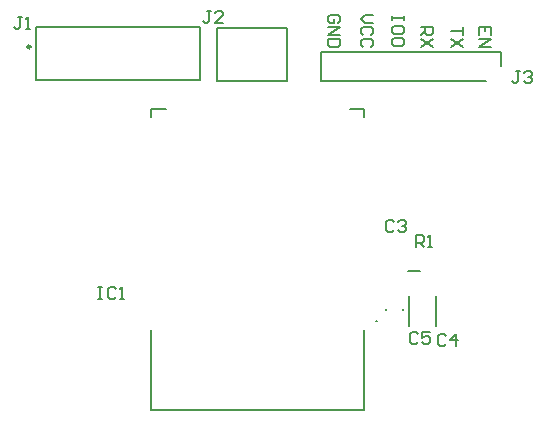
<source format=gto>
G04*
G04 #@! TF.GenerationSoftware,Altium Limited,Altium Designer,23.4.1 (23)*
G04*
G04 Layer_Color=65535*
%FSLAX44Y44*%
%MOMM*%
G71*
G04*
G04 #@! TF.SameCoordinates,A0B98803-91D0-4B0B-9526-B44C3162FC5B*
G04*
G04*
G04 #@! TF.FilePolarity,Positive*
G04*
G01*
G75*
%ADD10C,0.2000*%
%ADD11C,0.2500*%
%ADD12C,0.2032*%
D10*
X1105570Y550110D02*
G03*
X1104570Y550110I-500J0D01*
G01*
D02*
G03*
X1105570Y550110I500J0D01*
G01*
D02*
G03*
X1104570Y550110I-500J0D01*
G01*
X1094570Y475210D02*
Y542710D01*
X914570Y475210D02*
X1094570D01*
X914570D02*
Y542710D01*
Y722710D02*
Y730210D01*
X926570D01*
X1082570D02*
X1094570D01*
Y722710D02*
Y730210D01*
X1057910Y753470D02*
X1197610D01*
X1057910D02*
Y778370D01*
X1210310D01*
Y765920D02*
Y778370D01*
X969990Y753470D02*
X1028990D01*
Y798470D01*
X969990Y753470D02*
Y798470D01*
X1028990D01*
X955960Y754470D02*
Y799470D01*
X816960D02*
X955960D01*
X816960Y754470D02*
Y799470D01*
Y754470D02*
X955960D01*
X1131400Y593090D02*
X1141900D01*
X1112890Y559320D02*
Y560820D01*
X1127390Y559320D02*
Y560820D01*
X1155520Y546269D02*
Y571331D01*
X1133020Y546269D02*
Y571331D01*
D11*
X812210Y782470D02*
G03*
X812210Y782470I-1250J0D01*
G01*
D12*
X1178049Y799338D02*
Y792567D01*
Y795952D01*
X1167892D01*
X1178049Y789181D02*
X1167892Y782410D01*
X1178049D02*
X1167892Y789181D01*
X1202179Y792567D02*
Y799338D01*
X1192022D01*
Y792567D01*
X1197101Y799338D02*
Y795952D01*
X1192022Y789181D02*
X1202179D01*
X1192022Y782410D01*
X1202179D01*
X1142492Y799338D02*
X1152649D01*
Y794259D01*
X1150956Y792567D01*
X1147570D01*
X1145878Y794259D01*
Y799338D01*
Y795952D02*
X1142492Y792567D01*
X1152649Y789181D02*
X1142492Y782410D01*
X1152649D02*
X1142492Y789181D01*
X1101849Y809498D02*
X1095078D01*
X1091692Y806112D01*
X1095078Y802727D01*
X1101849D01*
X1100156Y792570D02*
X1101849Y794263D01*
Y797648D01*
X1100156Y799341D01*
X1093385D01*
X1091692Y797648D01*
Y794263D01*
X1093385Y792570D01*
X1100156Y782413D02*
X1101849Y784106D01*
Y787492D01*
X1100156Y789184D01*
X1093385D01*
X1091692Y787492D01*
Y784106D01*
X1093385Y782413D01*
X1128519Y808228D02*
Y804842D01*
Y806535D01*
X1118362D01*
Y808228D01*
Y804842D01*
X1128519Y794686D02*
Y798071D01*
X1126826Y799764D01*
X1120055D01*
X1118362Y798071D01*
Y794686D01*
X1120055Y792993D01*
X1126826D01*
X1128519Y794686D01*
X1126826Y789607D02*
X1128519Y787915D01*
Y784529D01*
X1126826Y782836D01*
X1120055D01*
X1118362Y784529D01*
Y787915D01*
X1120055Y789607D01*
X1126826D01*
X1072216Y802727D02*
X1073909Y804419D01*
Y807805D01*
X1072216Y809498D01*
X1065445D01*
X1063752Y807805D01*
Y804419D01*
X1065445Y802727D01*
X1068830D01*
Y806112D01*
X1063752Y799341D02*
X1073909D01*
X1063752Y792570D01*
X1073909D01*
Y789184D02*
X1063752D01*
Y784106D01*
X1065445Y782413D01*
X1072216D01*
X1073909Y784106D01*
Y789184D01*
X869107Y579118D02*
X872493D01*
X870800D01*
Y568962D01*
X869107D01*
X872493D01*
X884342Y577426D02*
X882649Y579118D01*
X879264D01*
X877571Y577426D01*
Y570654D01*
X879264Y568962D01*
X882649D01*
X884342Y570654D01*
X887728Y568962D02*
X891113D01*
X889420D01*
Y579118D01*
X887728Y577426D01*
X1138769Y613412D02*
Y623568D01*
X1143847D01*
X1145540Y621876D01*
Y618490D01*
X1143847Y616797D01*
X1138769D01*
X1142154D02*
X1145540Y613412D01*
X1148926D02*
X1152311D01*
X1150618D01*
Y623568D01*
X1148926Y621876D01*
X1226397Y761998D02*
X1223012D01*
X1224704D01*
Y753534D01*
X1223012Y751842D01*
X1221319D01*
X1219626Y753534D01*
X1229783Y760306D02*
X1231476Y761998D01*
X1234861D01*
X1236554Y760306D01*
Y758613D01*
X1234861Y756920D01*
X1233168D01*
X1234861D01*
X1236554Y755227D01*
Y753534D01*
X1234861Y751842D01*
X1231476D01*
X1229783Y753534D01*
X964777Y812798D02*
X961392D01*
X963084D01*
Y804334D01*
X961392Y802642D01*
X959699D01*
X958006Y804334D01*
X974934Y802642D02*
X968163D01*
X974934Y809413D01*
Y811106D01*
X973241Y812798D01*
X969856D01*
X968163Y811106D01*
X805180Y807718D02*
X801794D01*
X803487D01*
Y799254D01*
X801794Y797562D01*
X800102D01*
X798409Y799254D01*
X808566Y797562D02*
X811951D01*
X810258D01*
Y807718D01*
X808566Y806026D01*
X1140037Y539326D02*
X1138344Y541018D01*
X1134959D01*
X1133266Y539326D01*
Y532554D01*
X1134959Y530862D01*
X1138344D01*
X1140037Y532554D01*
X1150194Y541018D02*
X1143423D01*
Y535940D01*
X1146808Y537633D01*
X1148501D01*
X1150194Y535940D01*
Y532554D01*
X1148501Y530862D01*
X1145116D01*
X1143423Y532554D01*
X1164167Y538056D02*
X1162474Y539748D01*
X1159089D01*
X1157396Y538056D01*
Y531284D01*
X1159089Y529592D01*
X1162474D01*
X1164167Y531284D01*
X1172631Y529592D02*
Y539748D01*
X1167553Y534670D01*
X1174324D01*
X1119717Y634576D02*
X1118024Y636268D01*
X1114639D01*
X1112946Y634576D01*
Y627804D01*
X1114639Y626112D01*
X1118024D01*
X1119717Y627804D01*
X1123103Y634576D02*
X1124796Y636268D01*
X1128181D01*
X1129874Y634576D01*
Y632883D01*
X1128181Y631190D01*
X1126488D01*
X1128181D01*
X1129874Y629497D01*
Y627804D01*
X1128181Y626112D01*
X1124796D01*
X1123103Y627804D01*
M02*

</source>
